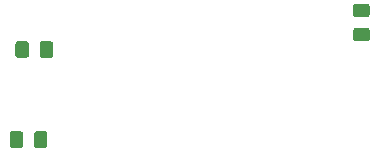
<source format=gbr>
G04 #@! TF.GenerationSoftware,KiCad,Pcbnew,(5.1.5-0-10_14)*
G04 #@! TF.CreationDate,2020-04-06T11:58:05+02:00*
G04 #@! TF.ProjectId,MSX USB Drive,4d535820-5553-4422-9044-726976652e6b,rev?*
G04 #@! TF.SameCoordinates,Original*
G04 #@! TF.FileFunction,Paste,Bot*
G04 #@! TF.FilePolarity,Positive*
%FSLAX46Y46*%
G04 Gerber Fmt 4.6, Leading zero omitted, Abs format (unit mm)*
G04 Created by KiCad (PCBNEW (5.1.5-0-10_14)) date 2020-04-06 11:58:05*
%MOMM*%
%LPD*%
G04 APERTURE LIST*
%ADD10C,0.100000*%
G04 APERTURE END LIST*
D10*
G36*
X644729505Y702754796D02*
G01*
X644753773Y702751196D01*
X644777572Y702745235D01*
X644800671Y702736970D01*
X644822850Y702726480D01*
X644843893Y702713868D01*
X644863599Y702699253D01*
X644881777Y702682777D01*
X644898253Y702664599D01*
X644912868Y702644893D01*
X644925480Y702623850D01*
X644935970Y702601671D01*
X644944235Y702578572D01*
X644950196Y702554773D01*
X644953796Y702530505D01*
X644955000Y702506001D01*
X644955000Y701605999D01*
X644953796Y701581495D01*
X644950196Y701557227D01*
X644944235Y701533428D01*
X644935970Y701510329D01*
X644925480Y701488150D01*
X644912868Y701467107D01*
X644898253Y701447401D01*
X644881777Y701429223D01*
X644863599Y701412747D01*
X644843893Y701398132D01*
X644822850Y701385520D01*
X644800671Y701375030D01*
X644777572Y701366765D01*
X644753773Y701360804D01*
X644729505Y701357204D01*
X644705001Y701356000D01*
X644054999Y701356000D01*
X644030495Y701357204D01*
X644006227Y701360804D01*
X643982428Y701366765D01*
X643959329Y701375030D01*
X643937150Y701385520D01*
X643916107Y701398132D01*
X643896401Y701412747D01*
X643878223Y701429223D01*
X643861747Y701447401D01*
X643847132Y701467107D01*
X643834520Y701488150D01*
X643824030Y701510329D01*
X643815765Y701533428D01*
X643809804Y701557227D01*
X643806204Y701581495D01*
X643805000Y701605999D01*
X643805000Y702506001D01*
X643806204Y702530505D01*
X643809804Y702554773D01*
X643815765Y702578572D01*
X643824030Y702601671D01*
X643834520Y702623850D01*
X643847132Y702644893D01*
X643861747Y702664599D01*
X643878223Y702682777D01*
X643896401Y702699253D01*
X643916107Y702713868D01*
X643937150Y702726480D01*
X643959329Y702736970D01*
X643982428Y702745235D01*
X644006227Y702751196D01*
X644030495Y702754796D01*
X644054999Y702756000D01*
X644705001Y702756000D01*
X644729505Y702754796D01*
G37*
G36*
X646779505Y702754796D02*
G01*
X646803773Y702751196D01*
X646827572Y702745235D01*
X646850671Y702736970D01*
X646872850Y702726480D01*
X646893893Y702713868D01*
X646913599Y702699253D01*
X646931777Y702682777D01*
X646948253Y702664599D01*
X646962868Y702644893D01*
X646975480Y702623850D01*
X646985970Y702601671D01*
X646994235Y702578572D01*
X647000196Y702554773D01*
X647003796Y702530505D01*
X647005000Y702506001D01*
X647005000Y701605999D01*
X647003796Y701581495D01*
X647000196Y701557227D01*
X646994235Y701533428D01*
X646985970Y701510329D01*
X646975480Y701488150D01*
X646962868Y701467107D01*
X646948253Y701447401D01*
X646931777Y701429223D01*
X646913599Y701412747D01*
X646893893Y701398132D01*
X646872850Y701385520D01*
X646850671Y701375030D01*
X646827572Y701366765D01*
X646803773Y701360804D01*
X646779505Y701357204D01*
X646755001Y701356000D01*
X646104999Y701356000D01*
X646080495Y701357204D01*
X646056227Y701360804D01*
X646032428Y701366765D01*
X646009329Y701375030D01*
X645987150Y701385520D01*
X645966107Y701398132D01*
X645946401Y701412747D01*
X645928223Y701429223D01*
X645911747Y701447401D01*
X645897132Y701467107D01*
X645884520Y701488150D01*
X645874030Y701510329D01*
X645865765Y701533428D01*
X645859804Y701557227D01*
X645856204Y701581495D01*
X645855000Y701605999D01*
X645855000Y702506001D01*
X645856204Y702530505D01*
X645859804Y702554773D01*
X645865765Y702578572D01*
X645874030Y702601671D01*
X645884520Y702623850D01*
X645897132Y702644893D01*
X645911747Y702664599D01*
X645928223Y702682777D01*
X645946401Y702699253D01*
X645966107Y702713868D01*
X645987150Y702726480D01*
X646009329Y702736970D01*
X646032428Y702745235D01*
X646056227Y702751196D01*
X646080495Y702754796D01*
X646104999Y702756000D01*
X646755001Y702756000D01*
X646779505Y702754796D01*
G37*
G36*
X646289505Y695134796D02*
G01*
X646313773Y695131196D01*
X646337572Y695125235D01*
X646360671Y695116970D01*
X646382850Y695106480D01*
X646403893Y695093868D01*
X646423599Y695079253D01*
X646441777Y695062777D01*
X646458253Y695044599D01*
X646472868Y695024893D01*
X646485480Y695003850D01*
X646495970Y694981671D01*
X646504235Y694958572D01*
X646510196Y694934773D01*
X646513796Y694910505D01*
X646515000Y694886001D01*
X646515000Y693985999D01*
X646513796Y693961495D01*
X646510196Y693937227D01*
X646504235Y693913428D01*
X646495970Y693890329D01*
X646485480Y693868150D01*
X646472868Y693847107D01*
X646458253Y693827401D01*
X646441777Y693809223D01*
X646423599Y693792747D01*
X646403893Y693778132D01*
X646382850Y693765520D01*
X646360671Y693755030D01*
X646337572Y693746765D01*
X646313773Y693740804D01*
X646289505Y693737204D01*
X646265001Y693736000D01*
X645614999Y693736000D01*
X645590495Y693737204D01*
X645566227Y693740804D01*
X645542428Y693746765D01*
X645519329Y693755030D01*
X645497150Y693765520D01*
X645476107Y693778132D01*
X645456401Y693792747D01*
X645438223Y693809223D01*
X645421747Y693827401D01*
X645407132Y693847107D01*
X645394520Y693868150D01*
X645384030Y693890329D01*
X645375765Y693913428D01*
X645369804Y693937227D01*
X645366204Y693961495D01*
X645365000Y693985999D01*
X645365000Y694886001D01*
X645366204Y694910505D01*
X645369804Y694934773D01*
X645375765Y694958572D01*
X645384030Y694981671D01*
X645394520Y695003850D01*
X645407132Y695024893D01*
X645421747Y695044599D01*
X645438223Y695062777D01*
X645456401Y695079253D01*
X645476107Y695093868D01*
X645497150Y695106480D01*
X645519329Y695116970D01*
X645542428Y695125235D01*
X645566227Y695131196D01*
X645590495Y695134796D01*
X645614999Y695136000D01*
X646265001Y695136000D01*
X646289505Y695134796D01*
G37*
G36*
X644239505Y695134796D02*
G01*
X644263773Y695131196D01*
X644287572Y695125235D01*
X644310671Y695116970D01*
X644332850Y695106480D01*
X644353893Y695093868D01*
X644373599Y695079253D01*
X644391777Y695062777D01*
X644408253Y695044599D01*
X644422868Y695024893D01*
X644435480Y695003850D01*
X644445970Y694981671D01*
X644454235Y694958572D01*
X644460196Y694934773D01*
X644463796Y694910505D01*
X644465000Y694886001D01*
X644465000Y693985999D01*
X644463796Y693961495D01*
X644460196Y693937227D01*
X644454235Y693913428D01*
X644445970Y693890329D01*
X644435480Y693868150D01*
X644422868Y693847107D01*
X644408253Y693827401D01*
X644391777Y693809223D01*
X644373599Y693792747D01*
X644353893Y693778132D01*
X644332850Y693765520D01*
X644310671Y693755030D01*
X644287572Y693746765D01*
X644263773Y693740804D01*
X644239505Y693737204D01*
X644215001Y693736000D01*
X643564999Y693736000D01*
X643540495Y693737204D01*
X643516227Y693740804D01*
X643492428Y693746765D01*
X643469329Y693755030D01*
X643447150Y693765520D01*
X643426107Y693778132D01*
X643406401Y693792747D01*
X643388223Y693809223D01*
X643371747Y693827401D01*
X643357132Y693847107D01*
X643344520Y693868150D01*
X643334030Y693890329D01*
X643325765Y693913428D01*
X643319804Y693937227D01*
X643316204Y693961495D01*
X643315000Y693985999D01*
X643315000Y694886001D01*
X643316204Y694910505D01*
X643319804Y694934773D01*
X643325765Y694958572D01*
X643334030Y694981671D01*
X643344520Y695003850D01*
X643357132Y695024893D01*
X643371747Y695044599D01*
X643388223Y695062777D01*
X643406401Y695079253D01*
X643426107Y695093868D01*
X643447150Y695106480D01*
X643469329Y695116970D01*
X643492428Y695125235D01*
X643516227Y695131196D01*
X643540495Y695134796D01*
X643564999Y695136000D01*
X644215001Y695136000D01*
X644239505Y695134796D01*
G37*
G36*
X673574505Y705940796D02*
G01*
X673598773Y705937196D01*
X673622572Y705931235D01*
X673645671Y705922970D01*
X673667850Y705912480D01*
X673688893Y705899868D01*
X673708599Y705885253D01*
X673726777Y705868777D01*
X673743253Y705850599D01*
X673757868Y705830893D01*
X673770480Y705809850D01*
X673780970Y705787671D01*
X673789235Y705764572D01*
X673795196Y705740773D01*
X673798796Y705716505D01*
X673800000Y705692001D01*
X673800000Y705041999D01*
X673798796Y705017495D01*
X673795196Y704993227D01*
X673789235Y704969428D01*
X673780970Y704946329D01*
X673770480Y704924150D01*
X673757868Y704903107D01*
X673743253Y704883401D01*
X673726777Y704865223D01*
X673708599Y704848747D01*
X673688893Y704834132D01*
X673667850Y704821520D01*
X673645671Y704811030D01*
X673622572Y704802765D01*
X673598773Y704796804D01*
X673574505Y704793204D01*
X673550001Y704792000D01*
X672649999Y704792000D01*
X672625495Y704793204D01*
X672601227Y704796804D01*
X672577428Y704802765D01*
X672554329Y704811030D01*
X672532150Y704821520D01*
X672511107Y704834132D01*
X672491401Y704848747D01*
X672473223Y704865223D01*
X672456747Y704883401D01*
X672442132Y704903107D01*
X672429520Y704924150D01*
X672419030Y704946329D01*
X672410765Y704969428D01*
X672404804Y704993227D01*
X672401204Y705017495D01*
X672400000Y705041999D01*
X672400000Y705692001D01*
X672401204Y705716505D01*
X672404804Y705740773D01*
X672410765Y705764572D01*
X672419030Y705787671D01*
X672429520Y705809850D01*
X672442132Y705830893D01*
X672456747Y705850599D01*
X672473223Y705868777D01*
X672491401Y705885253D01*
X672511107Y705899868D01*
X672532150Y705912480D01*
X672554329Y705922970D01*
X672577428Y705931235D01*
X672601227Y705937196D01*
X672625495Y705940796D01*
X672649999Y705942000D01*
X673550001Y705942000D01*
X673574505Y705940796D01*
G37*
G36*
X673574505Y703890796D02*
G01*
X673598773Y703887196D01*
X673622572Y703881235D01*
X673645671Y703872970D01*
X673667850Y703862480D01*
X673688893Y703849868D01*
X673708599Y703835253D01*
X673726777Y703818777D01*
X673743253Y703800599D01*
X673757868Y703780893D01*
X673770480Y703759850D01*
X673780970Y703737671D01*
X673789235Y703714572D01*
X673795196Y703690773D01*
X673798796Y703666505D01*
X673800000Y703642001D01*
X673800000Y702991999D01*
X673798796Y702967495D01*
X673795196Y702943227D01*
X673789235Y702919428D01*
X673780970Y702896329D01*
X673770480Y702874150D01*
X673757868Y702853107D01*
X673743253Y702833401D01*
X673726777Y702815223D01*
X673708599Y702798747D01*
X673688893Y702784132D01*
X673667850Y702771520D01*
X673645671Y702761030D01*
X673622572Y702752765D01*
X673598773Y702746804D01*
X673574505Y702743204D01*
X673550001Y702742000D01*
X672649999Y702742000D01*
X672625495Y702743204D01*
X672601227Y702746804D01*
X672577428Y702752765D01*
X672554329Y702761030D01*
X672532150Y702771520D01*
X672511107Y702784132D01*
X672491401Y702798747D01*
X672473223Y702815223D01*
X672456747Y702833401D01*
X672442132Y702853107D01*
X672429520Y702874150D01*
X672419030Y702896329D01*
X672410765Y702919428D01*
X672404804Y702943227D01*
X672401204Y702967495D01*
X672400000Y702991999D01*
X672400000Y703642001D01*
X672401204Y703666505D01*
X672404804Y703690773D01*
X672410765Y703714572D01*
X672419030Y703737671D01*
X672429520Y703759850D01*
X672442132Y703780893D01*
X672456747Y703800599D01*
X672473223Y703818777D01*
X672491401Y703835253D01*
X672511107Y703849868D01*
X672532150Y703862480D01*
X672554329Y703872970D01*
X672577428Y703881235D01*
X672601227Y703887196D01*
X672625495Y703890796D01*
X672649999Y703892000D01*
X673550001Y703892000D01*
X673574505Y703890796D01*
G37*
M02*

</source>
